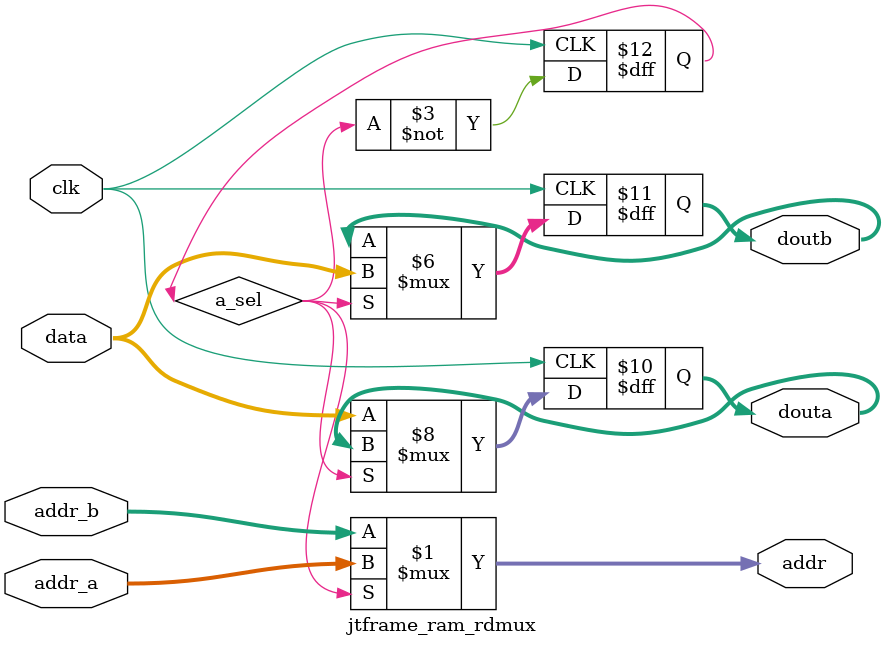
<source format=v>
/*  This file is part of JTCORES.
    JTCORES program is free software: you can redistribute it and/or modify
    it under the terms of the GNU General Public License as published by
    the Free Software Foundation, either version 3 of the License, or
    (at your option) any later version.

    JTCORES program is distributed in the hope that it will be useful,
    but WITHOUT ANY WARRANTY; without even the implied warranty of
    MERCHANTABILITY or FITNESS FOR A PARTICULAR PURPOSE.  See the
    GNU General Public License for more details.

    You should have received a copy of the GNU General Public License
    along with JTCORES.  If not, see <http://www.gnu.org/licenses/>.

    Author: Jose Tejada Gomez. Twitter: @topapate
    Version: 1.0
    Date: 18-3-2025 */

// read-only dual port for a single-port RAM
// output latency of two/three clocks: 1 from mux, 1 from RAM, 1 from data register
module jtframe_ram_rdmux #(parameter
    AW=10,
    DW=8
)(
    input               clk,

    // to RAM
    output     [AW-1:0] addr,
    input      [DW-1:0] data,

    // read ports
    input      [AW-1:0] addr_a,addr_b,
    output reg [DW-1:0] douta,doutb
);

reg a_sel=0;

assign addr = a_sel ? addr_a : addr_b;

always @(posedge clk) begin
    a_sel <= ~a_sel;
    // a_sel inverted because of 1-tick latency from RAM
    if(~a_sel) douta <= data;
    if( a_sel) doutb <= data;
end

endmodule
</source>
